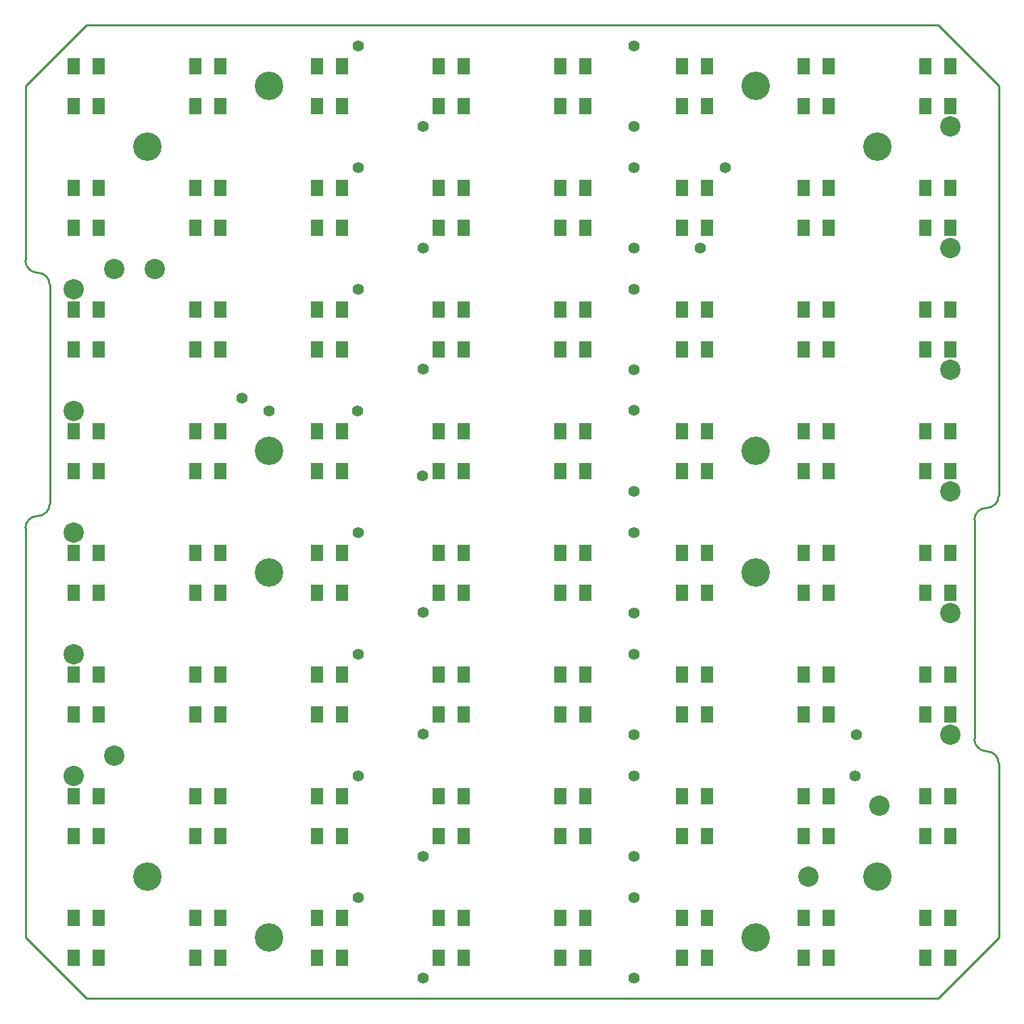
<source format=gts>
G04 #@! TF.FileFunction,Soldermask,Top*
%FSLAX46Y46*%
G04 Gerber Fmt 4.6, Leading zero omitted, Abs format (unit mm)*
G04 Created by KiCad (PCBNEW 0.201503311001+5559~22~ubuntu14.10.1-product) date Sunday 05 April 2015 05:24:30 PM IST*
%MOMM*%
G01*
G04 APERTURE LIST*
%ADD10C,0.152400*%
%ADD11C,0.254000*%
%ADD12R,1.524000X2.032000*%
%ADD13C,3.556000*%
%ADD14C,2.540000*%
%ADD15C,1.397000*%
G04 APERTURE END LIST*
D10*
D11*
X147320000Y-33020000D02*
X139700000Y-25400000D01*
X147320000Y-139700000D02*
X139700000Y-147320000D01*
X25400000Y-139700000D02*
X33020000Y-147320000D01*
X33020000Y-25400000D02*
X25400000Y-33020000D01*
X147320000Y-117856000D02*
G75*
G03X145796000Y-116332000I-1524000J0D01*
G01*
X144272000Y-114808000D02*
G75*
G03X145796000Y-116332000I1524000J0D01*
G01*
X145796000Y-85852000D02*
G75*
G03X144272000Y-87376000I0J-1524000D01*
G01*
X145796000Y-85852000D02*
G75*
G03X147320000Y-84328000I0J1524000D01*
G01*
X25400000Y-54864000D02*
G75*
G03X26924000Y-56388000I1524000J0D01*
G01*
X28448000Y-57912000D02*
G75*
G03X26924000Y-56388000I-1524000J0D01*
G01*
X26924000Y-86868000D02*
G75*
G03X25400000Y-88392000I0J-1524000D01*
G01*
X26924000Y-86868000D02*
G75*
G03X28448000Y-85344000I0J1524000D01*
G01*
X147320000Y-84328000D02*
X147320000Y-33020000D01*
X147320000Y-117856000D02*
X147320000Y-139700000D01*
X25400000Y-88392000D02*
X25400000Y-139700000D01*
X25400000Y-54864000D02*
X25400000Y-33020000D01*
X144272000Y-101092000D02*
X144272000Y-114808000D01*
X144272000Y-101092000D02*
X144272000Y-87376000D01*
X28448000Y-71628000D02*
X28448000Y-85344000D01*
X28448000Y-71628000D02*
X28448000Y-57912000D01*
X139700000Y-147320000D02*
X33020000Y-147320000D01*
X33020000Y-25400000D02*
X139700000Y-25400000D01*
D12*
X34607500Y-137223500D03*
X31432500Y-137223500D03*
X31432500Y-142176500D03*
X34607500Y-142176500D03*
X141287500Y-30543500D03*
X138112500Y-30543500D03*
X138112500Y-35496500D03*
X141287500Y-35496500D03*
X49847500Y-137223500D03*
X46672500Y-137223500D03*
X46672500Y-142176500D03*
X49847500Y-142176500D03*
X65087500Y-137223500D03*
X61912500Y-137223500D03*
X61912500Y-142176500D03*
X65087500Y-142176500D03*
X80327500Y-137223500D03*
X77152500Y-137223500D03*
X77152500Y-142176500D03*
X80327500Y-142176500D03*
X95567500Y-137223500D03*
X92392500Y-137223500D03*
X92392500Y-142176500D03*
X95567500Y-142176500D03*
X110807500Y-137223500D03*
X107632500Y-137223500D03*
X107632500Y-142176500D03*
X110807500Y-142176500D03*
X126047500Y-137223500D03*
X122872500Y-137223500D03*
X122872500Y-142176500D03*
X126047500Y-142176500D03*
X141287500Y-137223500D03*
X138112500Y-137223500D03*
X138112500Y-142176500D03*
X141287500Y-142176500D03*
X34607500Y-121983500D03*
X31432500Y-121983500D03*
X31432500Y-126936500D03*
X34607500Y-126936500D03*
X49847500Y-121983500D03*
X46672500Y-121983500D03*
X46672500Y-126936500D03*
X49847500Y-126936500D03*
X65087500Y-121983500D03*
X61912500Y-121983500D03*
X61912500Y-126936500D03*
X65087500Y-126936500D03*
X80327500Y-121983500D03*
X77152500Y-121983500D03*
X77152500Y-126936500D03*
X80327500Y-126936500D03*
X95567500Y-121983500D03*
X92392500Y-121983500D03*
X92392500Y-126936500D03*
X95567500Y-126936500D03*
X110807500Y-121983500D03*
X107632500Y-121983500D03*
X107632500Y-126936500D03*
X110807500Y-126936500D03*
X126047500Y-121983500D03*
X122872500Y-121983500D03*
X122872500Y-126936500D03*
X126047500Y-126936500D03*
X141287500Y-121983500D03*
X138112500Y-121983500D03*
X138112500Y-126936500D03*
X141287500Y-126936500D03*
X34607500Y-106743500D03*
X31432500Y-106743500D03*
X31432500Y-111696500D03*
X34607500Y-111696500D03*
X49847500Y-106743500D03*
X46672500Y-106743500D03*
X46672500Y-111696500D03*
X49847500Y-111696500D03*
X65087500Y-106743500D03*
X61912500Y-106743500D03*
X61912500Y-111696500D03*
X65087500Y-111696500D03*
X80327500Y-106743500D03*
X77152500Y-106743500D03*
X77152500Y-111696500D03*
X80327500Y-111696500D03*
X95567500Y-106743500D03*
X92392500Y-106743500D03*
X92392500Y-111696500D03*
X95567500Y-111696500D03*
X110807500Y-106743500D03*
X107632500Y-106743500D03*
X107632500Y-111696500D03*
X110807500Y-111696500D03*
X126047500Y-106743500D03*
X122872500Y-106743500D03*
X122872500Y-111696500D03*
X126047500Y-111696500D03*
X141287500Y-106743500D03*
X138112500Y-106743500D03*
X138112500Y-111696500D03*
X141287500Y-111696500D03*
X34607500Y-91503500D03*
X31432500Y-91503500D03*
X31432500Y-96456500D03*
X34607500Y-96456500D03*
X49847500Y-91503500D03*
X46672500Y-91503500D03*
X46672500Y-96456500D03*
X49847500Y-96456500D03*
X65087500Y-91503500D03*
X61912500Y-91503500D03*
X61912500Y-96456500D03*
X65087500Y-96456500D03*
X80327500Y-91503500D03*
X77152500Y-91503500D03*
X77152500Y-96456500D03*
X80327500Y-96456500D03*
X95567500Y-91503500D03*
X92392500Y-91503500D03*
X92392500Y-96456500D03*
X95567500Y-96456500D03*
X110807500Y-91503500D03*
X107632500Y-91503500D03*
X107632500Y-96456500D03*
X110807500Y-96456500D03*
X126047500Y-91503500D03*
X122872500Y-91503500D03*
X122872500Y-96456500D03*
X126047500Y-96456500D03*
X141287500Y-91503500D03*
X138112500Y-91503500D03*
X138112500Y-96456500D03*
X141287500Y-96456500D03*
X34607500Y-76263500D03*
X31432500Y-76263500D03*
X31432500Y-81216500D03*
X34607500Y-81216500D03*
X49847500Y-76263500D03*
X46672500Y-76263500D03*
X46672500Y-81216500D03*
X49847500Y-81216500D03*
X65087500Y-76263500D03*
X61912500Y-76263500D03*
X61912500Y-81216500D03*
X65087500Y-81216500D03*
X80327500Y-76263500D03*
X77152500Y-76263500D03*
X77152500Y-81216500D03*
X80327500Y-81216500D03*
X95567500Y-76263500D03*
X92392500Y-76263500D03*
X92392500Y-81216500D03*
X95567500Y-81216500D03*
X110807500Y-76263500D03*
X107632500Y-76263500D03*
X107632500Y-81216500D03*
X110807500Y-81216500D03*
X126047500Y-76263500D03*
X122872500Y-76263500D03*
X122872500Y-81216500D03*
X126047500Y-81216500D03*
X141287500Y-76263500D03*
X138112500Y-76263500D03*
X138112500Y-81216500D03*
X141287500Y-81216500D03*
X34607500Y-61023500D03*
X31432500Y-61023500D03*
X31432500Y-65976500D03*
X34607500Y-65976500D03*
X49847500Y-61023500D03*
X46672500Y-61023500D03*
X46672500Y-65976500D03*
X49847500Y-65976500D03*
X65087500Y-61023500D03*
X61912500Y-61023500D03*
X61912500Y-65976500D03*
X65087500Y-65976500D03*
X80327500Y-61023500D03*
X77152500Y-61023500D03*
X77152500Y-65976500D03*
X80327500Y-65976500D03*
X95567500Y-61023500D03*
X92392500Y-61023500D03*
X92392500Y-65976500D03*
X95567500Y-65976500D03*
X110807500Y-61023500D03*
X107632500Y-61023500D03*
X107632500Y-65976500D03*
X110807500Y-65976500D03*
X126047500Y-61023500D03*
X122872500Y-61023500D03*
X122872500Y-65976500D03*
X126047500Y-65976500D03*
X141287500Y-61023500D03*
X138112500Y-61023500D03*
X138112500Y-65976500D03*
X141287500Y-65976500D03*
X34607500Y-45783500D03*
X31432500Y-45783500D03*
X31432500Y-50736500D03*
X34607500Y-50736500D03*
X49847500Y-45783500D03*
X46672500Y-45783500D03*
X46672500Y-50736500D03*
X49847500Y-50736500D03*
X65087500Y-45783500D03*
X61912500Y-45783500D03*
X61912500Y-50736500D03*
X65087500Y-50736500D03*
X80327500Y-45783500D03*
X77152500Y-45783500D03*
X77152500Y-50736500D03*
X80327500Y-50736500D03*
X95567500Y-45783500D03*
X92392500Y-45783500D03*
X92392500Y-50736500D03*
X95567500Y-50736500D03*
X110807500Y-45783500D03*
X107632500Y-45783500D03*
X107632500Y-50736500D03*
X110807500Y-50736500D03*
X126047500Y-45783500D03*
X122872500Y-45783500D03*
X122872500Y-50736500D03*
X126047500Y-50736500D03*
X141287500Y-45783500D03*
X138112500Y-45783500D03*
X138112500Y-50736500D03*
X141287500Y-50736500D03*
X34607500Y-30543500D03*
X31432500Y-30543500D03*
X31432500Y-35496500D03*
X34607500Y-35496500D03*
X49847500Y-30543500D03*
X46672500Y-30543500D03*
X46672500Y-35496500D03*
X49847500Y-35496500D03*
X65087500Y-30543500D03*
X61912500Y-30543500D03*
X61912500Y-35496500D03*
X65087500Y-35496500D03*
X80327500Y-30543500D03*
X77152500Y-30543500D03*
X77152500Y-35496500D03*
X80327500Y-35496500D03*
X95567500Y-30543500D03*
X92392500Y-30543500D03*
X92392500Y-35496500D03*
X95567500Y-35496500D03*
X110807500Y-30543500D03*
X107632500Y-30543500D03*
X107632500Y-35496500D03*
X110807500Y-35496500D03*
X126047500Y-30543500D03*
X122872500Y-30543500D03*
X122872500Y-35496500D03*
X126047500Y-35496500D03*
D13*
X132080000Y-132080000D03*
X40640000Y-132080000D03*
X116840000Y-33020000D03*
X55880000Y-33020000D03*
X116840000Y-78740000D03*
X55880000Y-78740000D03*
X116840000Y-93980000D03*
X55880000Y-93980000D03*
X132080000Y-40640000D03*
X40640000Y-40640000D03*
X116840000Y-139700000D03*
X55880000Y-139700000D03*
D14*
X36512500Y-116903500D03*
X123507500Y-132016500D03*
X31432500Y-119443500D03*
X132397500Y-123126500D03*
X31432500Y-104203500D03*
X141287500Y-114236500D03*
X31432500Y-88963500D03*
X141287500Y-98996500D03*
X31432500Y-73723500D03*
X141300200Y-83769200D03*
X31432500Y-58483500D03*
X141287500Y-68516500D03*
X36512500Y-55943500D03*
X141287500Y-53276500D03*
X41592500Y-55943500D03*
X141287500Y-38036500D03*
D15*
X52565300Y-72072500D03*
X75184000Y-144729200D03*
X75184000Y-129489200D03*
X75184000Y-114198400D03*
X75184000Y-98958400D03*
X75184000Y-68478400D03*
X75184000Y-53289200D03*
X75184000Y-38049200D03*
X109931200Y-53289200D03*
X75171300Y-81813400D03*
X101600000Y-38049200D03*
X101600000Y-53289200D03*
X101600000Y-68529200D03*
X101600000Y-83769200D03*
X101600000Y-99009200D03*
X101600000Y-114249200D03*
X101600000Y-129489200D03*
X101600000Y-144729200D03*
X129476500Y-114236500D03*
X113030000Y-43230800D03*
X55943500Y-73723500D03*
X129362200Y-119443500D03*
X67056000Y-134670800D03*
X67056000Y-119430800D03*
X67056000Y-104190800D03*
X67056000Y-88950800D03*
X67056000Y-58470800D03*
X67056000Y-43230800D03*
X67056000Y-27990800D03*
X67043300Y-73723500D03*
X101600000Y-27990800D03*
X101600000Y-43230800D03*
X101600000Y-58470800D03*
X101650800Y-73660000D03*
X101600000Y-88950800D03*
X101600000Y-104190800D03*
X101600000Y-119430800D03*
X101600000Y-134670800D03*
M02*

</source>
